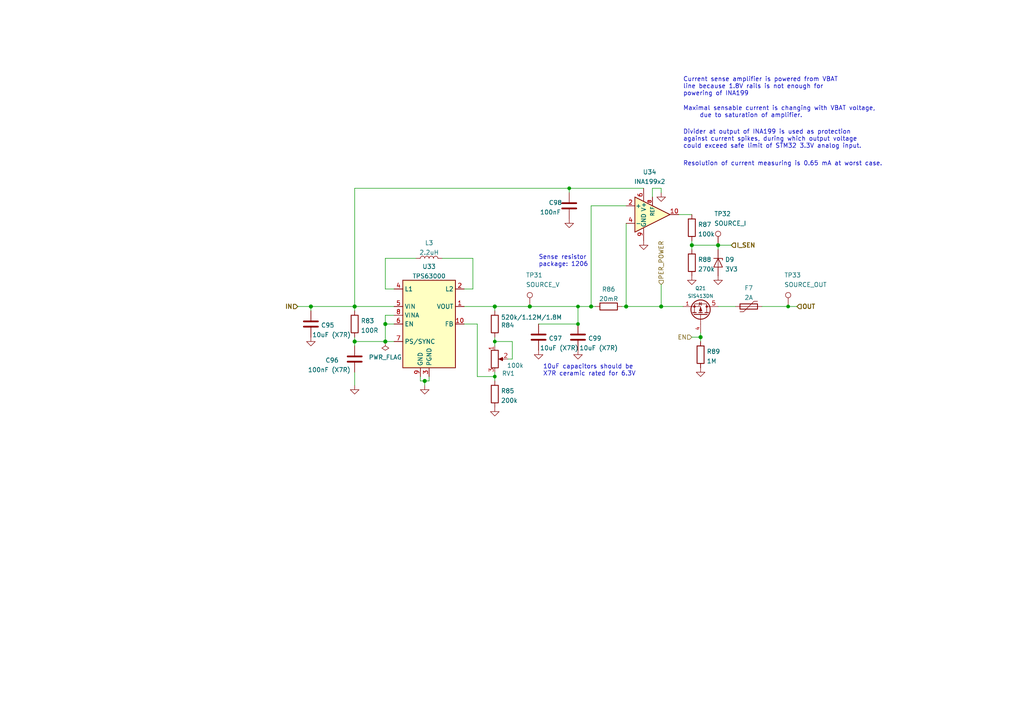
<source format=kicad_sch>
(kicad_sch (version 20210621) (generator eeschema)
  (paper "A4")
  (title_block (title "BUTCube - EPS") (date "2021-06-01") (rev "v1.0") (company "VUT - FIT(STRaDe) & FME(IAE & IPE)") (comment 1 "Author: Petr Malaník"))
  (lib_symbols
    (symbol "Connector:TestPoint" (pin_numbers hide) (pin_names (offset 0.762) hide)
      (property "Reference" "TP" (at 0 6.858 0))
      (property "Value" "TestPoint" (at 0 5.08 0))
      (symbol "TestPoint_0_1"
        (circle (center 0 3.302) (radius 0.762))
      )
      (symbol "TestPoint_1_1"
        (pin passive line (at 0 0 90) (length 2.54) (name "1") (number "1"))
      )
    )
    (symbol "Device:C" (pin_numbers hide) (pin_names (offset 0.254))
      (property "Reference" "C" (at 0.635 2.54 0))
      (property "Value" "C" (at 0.635 -2.54 0))
      (symbol "C_0_1"
        (polyline (pts (xy -2.032 -0.762) (xy 2.032 -0.762)) (stroke (width 0.508)))
        (polyline (pts (xy -2.032 0.762) (xy 2.032 0.762)) (stroke (width 0.508)))
      )
      (symbol "C_1_1"
        (pin passive line (at 0 3.81 270) (length 2.794) (name "~") (number "1"))
        (pin passive line (at 0 -3.81 90) (length 2.794) (name "~") (number "2"))
      )
    )
    (symbol "Device:D_Zener" (pin_numbers hide) (pin_names (offset 1.016) hide)
      (property "Reference" "D" (at 0 2.54 0))
      (property "Value" "D_Zener" (at 0 -2.54 0))
      (symbol "D_Zener_0_1"
        (polyline (pts (xy 1.27 0) (xy -1.27 0)))
        (polyline (pts (xy -1.27 -1.27) (xy -1.27 1.27) (xy -0.762 1.27)) (stroke (width 0.2032)))
        (polyline (pts (xy 1.27 -1.27) (xy 1.27 1.27) (xy -1.27 0) (xy 1.27 -1.27)) (stroke (width 0.2032)))
      )
      (symbol "D_Zener_1_1"
        (pin passive line (at -3.81 0 0) (length 2.54) (name "K") (number "1"))
        (pin passive line (at 3.81 0 180) (length 2.54) (name "A") (number "2"))
      )
    )
    (symbol "Device:L" (pin_numbers hide) (pin_names (offset 1.016) hide)
      (property "Reference" "L" (at -1.27 0 90))
      (property "Value" "L" (at 1.905 0 90))
      (symbol "L_0_1"
        (arc (start 0 -2.54) (end 0 -1.27) (radius (at 0 -1.905) (length 0.635) (angles -89.9 89.9)))
        (arc (start 0 -1.27) (end 0 0) (radius (at 0 -0.635) (length 0.635) (angles -89.9 89.9)))
        (arc (start 0 0) (end 0 1.27) (radius (at 0 0.635) (length 0.635) (angles -89.9 89.9)))
        (arc (start 0 1.27) (end 0 2.54) (radius (at 0 1.905) (length 0.635) (angles -89.9 89.9)))
      )
      (symbol "L_1_1"
        (pin passive line (at 0 3.81 270) (length 1.27) (name "1") (number "1"))
        (pin passive line (at 0 -3.81 90) (length 1.27) (name "2") (number "2"))
      )
    )
    (symbol "Device:Polyfuse" (pin_numbers hide) (pin_names (offset 0))
      (property "Reference" "F" (at -2.54 0 90))
      (property "Value" "Polyfuse" (at 2.54 0 90))
      (symbol "Polyfuse_0_1"
        (rectangle (start -0.762 2.54) (end 0.762 -2.54) (stroke (width 0.254)))
        (polyline (pts (xy 0 2.54) (xy 0 -2.54)))
        (polyline (pts (xy -1.524 2.54) (xy -1.524 1.524) (xy 1.524 -1.524) (xy 1.524 -2.54)))
      )
      (symbol "Polyfuse_1_1"
        (pin passive line (at 0 3.81 270) (length 1.27) (name "~") (number "1"))
        (pin passive line (at 0 -3.81 90) (length 1.27) (name "~") (number "2"))
      )
    )
    (symbol "Device:R" (pin_numbers hide) (pin_names (offset 0))
      (property "Reference" "R" (at 2.032 0 90))
      (property "Value" "R" (at 0 0 90))
      (symbol "R_0_1"
        (rectangle (start -1.016 -2.54) (end 1.016 2.54) (stroke (width 0.254)))
      )
      (symbol "R_1_1"
        (pin passive line (at 0 3.81 270) (length 1.27) (name "~") (number "1"))
        (pin passive line (at 0 -3.81 90) (length 1.27) (name "~") (number "2"))
      )
    )
    (symbol "Device:R_POT" (pin_names (offset 1.016) hide)
      (property "Reference" "RV" (at -4.445 0 90))
      (property "Value" "R_POT" (at -2.54 0 90))
      (symbol "R_POT_0_1"
        (rectangle (start 1.016 2.54) (end -1.016 -2.54) (stroke (width 0.254)))
        (polyline (pts (xy 2.54 0) (xy 1.524 0)))
        (polyline (pts (xy 1.143 0) (xy 2.286 0.508) (xy 2.286 -0.508) (xy 1.143 0)) (fill (type outline)))
      )
      (symbol "R_POT_1_1"
        (pin passive line (at 0 3.81 270) (length 1.27) (name "1") (number "1"))
        (pin passive line (at 3.81 0 180) (length 1.27) (name "2") (number "2"))
        (pin passive line (at 0 -3.81 90) (length 1.27) (name "3") (number "3"))
      )
    )
    (symbol "Regulator_Switching:TPS63000"
      (property "Reference" "U" (at -7.62 13.97 0))
      (property "Value" "TPS63000" (at 5.08 13.97 0))
      (symbol "TPS63000_0_1"
        (rectangle (start -7.62 12.7) (end 7.62 -12.7) (stroke (width 0.254)) (fill (type background)))
      )
      (symbol "TPS63000_1_1"
        (pin power_out line (at 10.16 5.08 180) (length 2.54) (name "VOUT") (number "1"))
        (pin input line (at 10.16 0 180) (length 2.54) (name "FB") (number "10"))
        (pin passive line (at 0 -15.24 90) (length 2.54) hide (name "PGND") (number "11"))
        (pin input line (at 10.16 10.16 180) (length 2.54) (name "L2") (number "2"))
        (pin power_in line (at 0 -15.24 90) (length 2.54) (name "PGND") (number "3"))
        (pin input line (at -10.16 10.16 0) (length 2.54) (name "L1") (number "4"))
        (pin power_in line (at -10.16 5.08 0) (length 2.54) (name "VIN") (number "5"))
        (pin input line (at -10.16 0 0) (length 2.54) (name "EN") (number "6"))
        (pin input line (at -10.16 -5.08 0) (length 2.54) (name "PS/SYNC") (number "7"))
        (pin power_in line (at -10.16 2.54 0) (length 2.54) (name "VINA") (number "8"))
        (pin power_in line (at -2.54 -15.24 90) (length 2.54) (name "GND") (number "9"))
      )
    )
    (symbol "TCY_power_management:INA199" (pin_names (offset 0.127))
      (property "Reference" "U" (at 3.81 3.81 0))
      (property "Value" "INA199" (at 3.81 -3.81 0))
      (symbol "INA199_0_1"
        (polyline (pts (xy 5.08 0) (xy -5.08 5.08) (xy -5.08 -5.08) (xy 5.08 0)) (stroke (width 0.254)) (fill (type background)))
      )
      (symbol "INA199_1_1"
        (pin output line (at 7.62 0 180) (length 2.54) (name "~") (number "10"))
        (pin input line (at -7.62 2.54 0) (length 2.54) (name "+") (number "2"))
        (pin input line (at -7.62 2.54 0) (length 2.54) hide (name "+") (number "3"))
        (pin input line (at -7.62 -2.54 0) (length 2.54) (name "-") (number "4"))
        (pin input line (at -7.62 -2.54 0) (length 2.54) hide (name "-") (number "5"))
        (pin power_in line (at -2.54 7.62 270) (length 3.81) (name "V+") (number "6"))
        (pin input line (at 0 5.08 270) (length 2.54) (name "REF") (number "8"))
        (pin power_in line (at -2.54 -7.62 90) (length 3.81) (name "GND") (number "9"))
      )
    )
    (symbol "TCY_transistors:SiS413DN" (pin_names hide)
      (property "Reference" "Q" (at 8.89 2.54 0))
      (property "Value" "SiS413DN" (at 8.89 0 0))
      (symbol "SiS413DN_0_1"
        (circle (center -0.889 0) (radius 2.794) (stroke (width 0.254)))
        (circle (center 0 -1.778) (radius 0.254) (fill (type outline)))
        (circle (center 0 1.778) (radius 0.254) (fill (type outline)))
        (polyline (pts (xy -2.286 0) (xy -5.08 0)))
        (polyline (pts (xy -2.286 1.905) (xy -2.286 -1.905)) (stroke (width 0.254)))
        (polyline (pts (xy -1.778 -1.27) (xy -1.778 -2.286)) (stroke (width 0.254)))
        (polyline (pts (xy -1.778 0.508) (xy -1.778 -0.508)) (stroke (width 0.254)))
        (polyline (pts (xy -1.778 2.286) (xy -1.778 1.27)) (stroke (width 0.254)))
        (polyline (pts (xy 0 2.54) (xy 0 1.778)))
        (polyline (pts (xy 0 -2.54) (xy 0 0) (xy -1.778 0)))
        (polyline (pts (xy -1.778 1.778) (xy 0.762 1.778) (xy 0.762 -1.778) (xy -1.778 -1.778)))
        (polyline (pts (xy 0.254 -0.508) (xy 0.381 -0.381) (xy 1.143 -0.381) (xy 1.27 -0.254)))
        (polyline (pts (xy 0.762 -0.381) (xy 0.381 0.254) (xy 1.143 0.254) (xy 0.762 -0.381)))
        (polyline (pts (xy -0.254 0) (xy -1.27 0.381) (xy -1.27 -0.381) (xy -0.254 0)) (fill (type outline)))
      )
      (symbol "SiS413DN_1_1"
        (pin passive line (at 0 -5.08 90) (length 2.54) (name "S") (number "1"))
        (pin passive line (at 0 -5.08 90) (length 2.54) hide (name "S") (number "2"))
        (pin passive line (at 0 -5.08 90) (length 2.54) hide (name "S") (number "3"))
        (pin passive line (at -7.62 0 0) (length 2.54) (name "G") (number "4"))
        (pin passive line (at 0 5.08 270) (length 2.54) (name "D") (number "5"))
        (pin passive line (at 0 5.08 270) (length 2.54) hide (name "D") (number "6"))
        (pin passive line (at 0 5.08 270) (length 2.54) hide (name "D") (number "7"))
        (pin passive line (at 0 5.08 270) (length 2.54) hide (name "D") (number "8"))
        (pin passive line (at 0 5.08 270) (length 2.54) hide (name "D") (number "9"))
      )
    )
    (symbol "power:GND" (power) (pin_names (offset 0))
      (property "Value" "GND" (at 0 -3.81 0))
      (symbol "GND_0_1"
        (polyline (pts (xy 0 0) (xy 0 -1.27) (xy 1.27 -1.27) (xy 0 -2.54) (xy -1.27 -1.27) (xy 0 -1.27)))
      )
      (symbol "GND_1_1"
        (pin power_in line (at 0 0 270) (length 0) hide (name "GND") (number "1"))
      )
    )
    (symbol "power:PWR_FLAG" (power) (pin_numbers hide) (pin_names (offset 0) hide)
      (property "Value" "PWR_FLAG" (at 0 3.81 0))
      (symbol "PWR_FLAG_0_0"
        (pin power_out line (at 0 0 90) (length 0) (name "pwr") (number "1"))
      )
      (symbol "PWR_FLAG_0_1"
        (polyline (pts (xy 0 0) (xy 0 1.27) (xy -1.016 1.905) (xy 0 2.54) (xy 1.016 1.905) (xy 0 1.27)))
      )
    )
  )
  (junction (at 90.17 88.9) (diameter 1.016))
  (junction (at 102.87 88.9) (diameter 1.016))
  (junction (at 102.87 99.06) (diameter 1.016))
  (junction (at 111.76 93.98) (diameter 1.016))
  (junction (at 111.76 99.06) (diameter 1.016))
  (junction (at 123.19 110.49) (diameter 1.016))
  (junction (at 143.51 88.9) (diameter 1.016))
  (junction (at 143.51 99.06) (diameter 0.9144))
  (junction (at 143.51 109.22) (diameter 0.9144))
  (junction (at 153.67 88.9) (diameter 1.016))
  (junction (at 165.1 54.61) (diameter 0.9144))
  (junction (at 167.64 88.9) (diameter 0.9144))
  (junction (at 167.64 93.98) (diameter 0.9144))
  (junction (at 171.45 88.9) (diameter 1.016))
  (junction (at 181.61 88.9) (diameter 1.016))
  (junction (at 191.77 88.9) (diameter 1.016))
  (junction (at 200.66 71.12) (diameter 1.016))
  (junction (at 203.2 97.79) (diameter 1.016))
  (junction (at 208.28 71.12) (diameter 1.016))
  (junction (at 228.6 88.9) (diameter 0.9144))
  (wire (pts (xy 86.36 88.9) (xy 90.17 88.9)))
  (wire (pts (xy 90.17 88.9) (xy 90.17 90.17)))
  (wire (pts (xy 90.17 88.9) (xy 102.87 88.9)))
  (wire (pts (xy 102.87 54.61) (xy 102.87 88.9)))
  (wire (pts (xy 102.87 88.9) (xy 102.87 90.17)))
  (wire (pts (xy 102.87 88.9) (xy 114.3 88.9)))
  (wire (pts (xy 102.87 97.79) (xy 102.87 99.06)))
  (wire (pts (xy 102.87 99.06) (xy 102.87 100.33)))
  (wire (pts (xy 102.87 99.06) (xy 111.76 99.06)))
  (wire (pts (xy 102.87 107.95) (xy 102.87 111.76)))
  (wire (pts (xy 111.76 74.93) (xy 120.65 74.93)))
  (wire (pts (xy 111.76 83.82) (xy 111.76 74.93)))
  (wire (pts (xy 111.76 91.44) (xy 111.76 93.98)))
  (wire (pts (xy 111.76 91.44) (xy 114.3 91.44)))
  (wire (pts (xy 111.76 93.98) (xy 111.76 99.06)))
  (wire (pts (xy 111.76 93.98) (xy 114.3 93.98)))
  (wire (pts (xy 114.3 83.82) (xy 111.76 83.82)))
  (wire (pts (xy 114.3 99.06) (xy 111.76 99.06)))
  (wire (pts (xy 121.92 109.22) (xy 121.92 110.49)))
  (wire (pts (xy 121.92 110.49) (xy 123.19 110.49)))
  (wire (pts (xy 123.19 110.49) (xy 123.19 111.76)))
  (wire (pts (xy 123.19 110.49) (xy 124.46 110.49)))
  (wire (pts (xy 124.46 110.49) (xy 124.46 109.22)))
  (wire (pts (xy 128.27 74.93) (xy 137.16 74.93)))
  (wire (pts (xy 134.62 88.9) (xy 143.51 88.9)))
  (wire (pts (xy 137.16 74.93) (xy 137.16 83.82)))
  (wire (pts (xy 137.16 83.82) (xy 134.62 83.82)))
  (wire (pts (xy 138.43 93.98) (xy 134.62 93.98)))
  (wire (pts (xy 138.43 93.98) (xy 138.43 109.22)))
  (wire (pts (xy 138.43 109.22) (xy 143.51 109.22)))
  (wire (pts (xy 143.51 88.9) (xy 143.51 90.17)))
  (wire (pts (xy 143.51 88.9) (xy 153.67 88.9)))
  (wire (pts (xy 143.51 97.79) (xy 143.51 99.06)))
  (wire (pts (xy 143.51 99.06) (xy 143.51 100.33)))
  (wire (pts (xy 143.51 107.95) (xy 143.51 109.22)))
  (wire (pts (xy 143.51 109.22) (xy 143.51 110.49)))
  (wire (pts (xy 147.32 104.14) (xy 148.59 104.14)))
  (wire (pts (xy 148.59 99.06) (xy 143.51 99.06)))
  (wire (pts (xy 148.59 104.14) (xy 148.59 99.06)))
  (wire (pts (xy 153.67 88.9) (xy 167.64 88.9)))
  (wire (pts (xy 156.21 93.98) (xy 167.64 93.98)))
  (wire (pts (xy 165.1 54.61) (xy 102.87 54.61)))
  (wire (pts (xy 165.1 54.61) (xy 165.1 55.88)))
  (wire (pts (xy 165.1 54.61) (xy 186.69 54.61)))
  (wire (pts (xy 167.64 88.9) (xy 171.45 88.9)))
  (wire (pts (xy 167.64 93.98) (xy 167.64 88.9)))
  (wire (pts (xy 171.45 59.69) (xy 171.45 88.9)))
  (wire (pts (xy 171.45 59.69) (xy 181.61 59.69)))
  (wire (pts (xy 171.45 88.9) (xy 172.72 88.9)))
  (wire (pts (xy 180.34 88.9) (xy 181.61 88.9)))
  (wire (pts (xy 181.61 64.77) (xy 181.61 88.9)))
  (wire (pts (xy 181.61 88.9) (xy 191.77 88.9)))
  (wire (pts (xy 189.23 54.61) (xy 189.23 57.15)))
  (wire (pts (xy 191.77 54.61) (xy 189.23 54.61)))
  (wire (pts (xy 191.77 55.88) (xy 191.77 54.61)))
  (wire (pts (xy 191.77 82.55) (xy 191.77 88.9)))
  (wire (pts (xy 191.77 88.9) (xy 198.12 88.9)))
  (wire (pts (xy 196.85 62.23) (xy 200.66 62.23)))
  (wire (pts (xy 200.66 69.85) (xy 200.66 71.12)))
  (wire (pts (xy 200.66 71.12) (xy 200.66 72.39)))
  (wire (pts (xy 200.66 97.79) (xy 203.2 97.79)))
  (wire (pts (xy 203.2 97.79) (xy 203.2 96.52)))
  (wire (pts (xy 203.2 97.79) (xy 203.2 99.06)))
  (wire (pts (xy 208.28 71.12) (xy 200.66 71.12)))
  (wire (pts (xy 208.28 71.12) (xy 212.09 71.12)))
  (wire (pts (xy 208.28 72.39) (xy 208.28 71.12)))
  (wire (pts (xy 208.28 88.9) (xy 213.36 88.9)))
  (wire (pts (xy 220.98 88.9) (xy 228.6 88.9)))
  (wire (pts (xy 228.6 88.9) (xy 231.14 88.9)))
  (text "Sense resistor \npackage: 1206" (at 156.21 77.47 0) (effects (font (size 1.27 1.27)) (justify left bottom)))
  (text "10uF capacitors should be\nX7R ceramic rated for 6.3V" (at 157.48 109.22 0) (effects (font (size 1.27 1.27)) (justify left bottom)))
  (text "Current sense amplifier is powered from VBAT\nline because 1.8V rails is not enough for\npowering of INA199" (at 198.12 27.94 0) (effects (font (size 1.27 1.27)) (justify left bottom)))
  (text "Maximal sensable current is changing with VBAT voltage,\n	due to saturation of amplifier.\n" (at 198.12 34.29 0) (effects (font (size 1.27 1.27)) (justify left bottom)))
  (text "Divider at output of INA199 is used as protection\nagainst current spikes, during which output voltage\ncould exceed safe limit of STM32 3.3V analog input.\n" (at 198.12 43.18 0) (effects (font (size 1.27 1.27)) (justify left bottom)))
  (text "Resolution of current measuring is 0.65 mA at worst case." (at 198.12 48.26 0) (effects (font (size 1.27 1.27)) (justify left bottom)))
  (hierarchical_label "IN" (shape input) (at 86.36 88.9 180) (effects (font (thickness 0.254))))
  (hierarchical_label "PER_POWER" (shape input) (at 191.77 82.55 90))
  (hierarchical_label "EN" (shape input) (at 200.66 97.79 180))
  (hierarchical_label "I_SEN" (shape input) (at 212.09 71.12 0) (effects (font (thickness 0.254))))
  (hierarchical_label "OUT" (shape input) (at 231.14 88.9 0) (effects (font (thickness 0.254))))
  (symbol (lib_id "power:PWR_FLAG") (at 111.76 99.06 180)
    (property "Reference" "#FLG020" (effects hide))
    (property "Value" "PWR_FLAG" (at 111.76 103.6226 0))
  )
  (symbol (lib_id "Connector:TestPoint") (at 153.67 88.9 0)
    (property "Reference" "TP31" (at 152.5271 79.8 0) (effects (justify left)))
    (property "Value" "SOURCE_V" (at 152.5271 82.5751 0) (effects (justify left)))
    (property "Footprint" "TCY_connectors:TestPoint_Pad_D0.5mm" (effects hide))
  )
  (symbol (lib_id "Connector:TestPoint") (at 208.28 71.12 0)
    (property "Reference" "TP32" (at 207.1371 62.02 0) (effects (justify left)))
    (property "Value" "SOURCE_I" (at 207.1371 64.7951 0) (effects (justify left)))
    (property "Footprint" "TCY_connectors:TestPoint_Pad_D0.5mm" (effects hide))
  )
  (symbol (lib_id "Connector:TestPoint") (at 228.6 88.9 0)
    (property "Reference" "TP33" (at 227.4571 79.8 0) (effects (justify left)))
    (property "Value" "SOURCE_OUT" (at 227.4571 82.5751 0) (effects (justify left)))
    (property "Footprint" "TCY_connectors:TestPoint_Pad_D0.5mm" (effects hide))
  )
  (symbol (lib_id "power:GND") (at 90.17 97.79 0)
    (property "Reference" "#PWR0255" (effects hide))
    (property "Value" "GND" (effects hide))
  )
  (symbol (lib_id "power:GND") (at 102.87 111.76 0)
    (property "Reference" "#PWR0256" (effects hide))
    (property "Value" "GND" (effects hide))
  )
  (symbol (lib_id "power:GND") (at 123.19 111.76 0)
    (property "Reference" "#PWR0257" (effects hide))
    (property "Value" "GND" (effects hide))
  )
  (symbol (lib_id "power:GND") (at 143.51 118.11 0)
    (property "Reference" "#PWR0258" (effects hide))
    (property "Value" "GND" (effects hide))
  )
  (symbol (lib_id "power:GND") (at 156.21 101.6 0)
    (property "Reference" "#PWR0259" (effects hide))
    (property "Value" "GND" (effects hide))
  )
  (symbol (lib_id "power:GND") (at 165.1 63.5 0)
    (property "Reference" "#PWR0260" (effects hide))
    (property "Value" "GND" (effects hide))
  )
  (symbol (lib_id "power:GND") (at 167.64 101.6 0)
    (property "Reference" "#PWR0261" (effects hide))
    (property "Value" "GND" (effects hide))
  )
  (symbol (lib_id "power:GND") (at 186.69 69.85 0)
    (property "Reference" "#PWR0262" (effects hide))
    (property "Value" "GND" (effects hide))
  )
  (symbol (lib_id "power:GND") (at 191.77 55.88 0)
    (property "Reference" "#PWR0263" (effects hide))
    (property "Value" "GND" (effects hide))
  )
  (symbol (lib_id "power:GND") (at 200.66 80.01 0)
    (property "Reference" "#PWR0264" (effects hide))
    (property "Value" "GND" (effects hide))
  )
  (symbol (lib_id "power:GND") (at 203.2 106.68 0)
    (property "Reference" "#PWR0265" (effects hide))
    (property "Value" "GND" (effects hide))
  )
  (symbol (lib_id "power:GND") (at 208.28 80.01 0)
    (property "Reference" "#PWR0266" (effects hide))
    (property "Value" "GND" (effects hide))
  )
  (symbol (lib_id "Device:L") (at 124.46 74.93 90)
    (property "Reference" "L3" (at 124.46 70.4554 90))
    (property "Value" "2.2uH" (at 124.46 73.2305 90))
  )
  (symbol (lib_id "Device:R") (at 102.87 93.98 0)
    (property "Reference" "R83" (at 104.6481 93.0715 0) (effects (justify left)))
    (property "Value" "100R" (at 104.6481 95.8466 0) (effects (justify left)))
  )
  (symbol (lib_id "Device:R") (at 143.51 93.98 0)
    (property "Reference" "R84" (at 145.2881 94.3415 0) (effects (justify left)))
    (property "Value" "520k/1.12M/1.8M" (at 145.2881 92.0366 0) (effects (justify left)))
  )
  (symbol (lib_id "Device:R") (at 143.51 114.3 0)
    (property "Reference" "R85" (at 145.2881 113.3915 0) (effects (justify left)))
    (property "Value" "200k" (at 145.2881 116.1666 0) (effects (justify left)))
  )
  (symbol (lib_id "Device:R") (at 176.53 88.9 90)
    (property "Reference" "R86" (at 176.53 83.9174 90))
    (property "Value" "20mR" (at 176.53 86.6925 90))
  )
  (symbol (lib_id "Device:R") (at 200.66 66.04 180)
    (property "Reference" "R87" (at 202.4381 65.1315 0) (effects (justify right)))
    (property "Value" "100k" (at 202.4381 67.9066 0) (effects (justify right)))
  )
  (symbol (lib_id "Device:R") (at 200.66 76.2 180)
    (property "Reference" "R88" (at 202.4381 75.2915 0) (effects (justify right)))
    (property "Value" "270k" (at 202.4381 78.0666 0) (effects (justify right)))
  )
  (symbol (lib_id "Device:R") (at 203.2 102.87 0)
    (property "Reference" "R89" (at 204.9781 101.9615 0) (effects (justify left)))
    (property "Value" "1M" (at 204.9781 104.7366 0) (effects (justify left)))
  )
  (symbol (lib_id "Device:D_Zener") (at 208.28 76.2 270)
    (property "Reference" "D9" (at 210.2867 75.2915 90) (effects (justify left)))
    (property "Value" "3V3" (at 210.2867 78.0666 90) (effects (justify left)))
  )
  (symbol (lib_id "Device:Polyfuse") (at 217.17 88.9 90)
    (property "Reference" "F7" (at 217.17 83.5364 90))
    (property "Value" "2A" (at 217.17 86.3115 90))
  )
  (symbol (lib_id "Device:C") (at 90.17 93.98 0)
    (property "Reference" "C95" (at 93.0911 94.3415 0) (effects (justify left)))
    (property "Value" "10uF (X7R)" (at 90.5511 97.1166 0) (effects (justify left)))
  )
  (symbol (lib_id "Device:C") (at 102.87 104.14 0)
    (property "Reference" "C96" (at 94.3611 104.5015 0) (effects (justify left)))
    (property "Value" "100nF (X7R)" (at 89.2811 107.2766 0) (effects (justify left)))
  )
  (symbol (lib_id "Device:C") (at 156.21 97.79 0)
    (property "Reference" "C97" (at 159.1311 98.1515 0) (effects (justify left)))
    (property "Value" "10uF (X7R)" (at 156.5911 100.9266 0) (effects (justify left)))
  )
  (symbol (lib_id "Device:C") (at 165.1 59.69 0)
    (property "Reference" "C98" (at 159.1311 58.7815 0) (effects (justify left)))
    (property "Value" "100nF" (at 156.5911 61.5566 0) (effects (justify left)))
  )
  (symbol (lib_id "Device:C") (at 167.64 97.79 0)
    (property "Reference" "C99" (at 170.5611 98.1515 0) (effects (justify left)))
    (property "Value" "10uF (X7R)" (at 168.0211 100.9266 0) (effects (justify left)))
  )
  (symbol (lib_id "Device:R_POT") (at 143.51 104.14 0)
    (property "Reference" "RV1" (at 149.352 108.3115 0) (effects (justify right)))
    (property "Value" "100k" (at 151.892 106.0066 0) (effects (justify right)))
  )
  (symbol (lib_id "TCY_transistors:SiS413DN") (at 203.2 88.9 270) (mirror x)
    (property "Reference" "Q21" (at 203.2 83.6288 90) (effects (font (size 1 1))))
    (property "Value" "SiS413DN" (at 203.2 85.8678 90) (effects (font (size 1 1))))
    (property "Footprint" "Package_SO:Vishay_PowerPAK_1212-8_Single" (effects hide))
    (property "Datasheet" "https://www.vishay.com/docs/63262/sis413dn.pdf" (effects hide))
  )
  (symbol (lib_id "TCY_power_management:INA199") (at 189.23 62.23 0)
    (property "Reference" "U34" (at 186.4361 49.8915 0) (effects (justify left)))
    (property "Value" "INA199x2" (at 183.8961 52.6666 0) (effects (justify left)))
    (property "Footprint" "Package_DFN_QFN:UQFN-10_1.4x1.8mm_P0.4mm" (effects hide))
    (property "Datasheet" "https://www.ti.com/lit/ds/symlink/ina199.pdf" (effects hide))
  )
  (symbol (lib_id "Regulator_Switching:TPS63000") (at 124.46 93.98 0)
    (property "Reference" "U33" (at 124.46 77.3134 0))
    (property "Value" "TPS63000" (at 124.46 80.0885 0))
    (property "Footprint" "Package_SON:Texas_DRC0010J_ThermalVias" (effects hide))
    (property "Datasheet" "http://www.ti.com/lit/ds/symlink/tps63000.pdf" (effects hide))
  )
)
</source>
